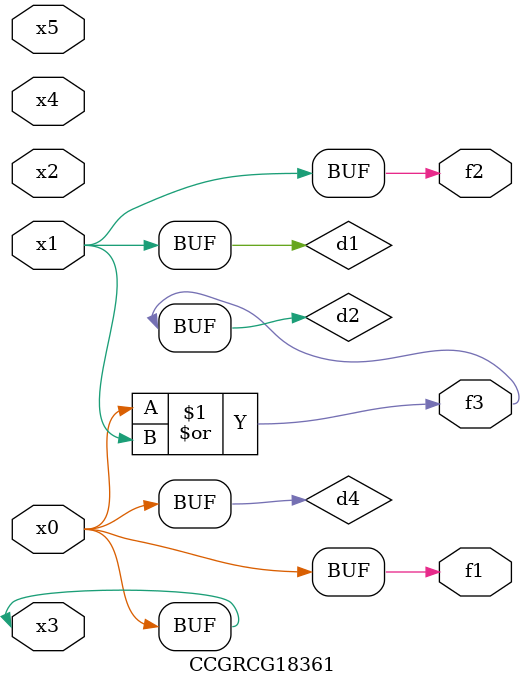
<source format=v>
module CCGRCG18361(
	input x0, x1, x2, x3, x4, x5,
	output f1, f2, f3
);

	wire d1, d2, d3, d4;

	and (d1, x1);
	or (d2, x0, x1);
	nand (d3, x0, x5);
	buf (d4, x0, x3);
	assign f1 = d4;
	assign f2 = d1;
	assign f3 = d2;
endmodule

</source>
